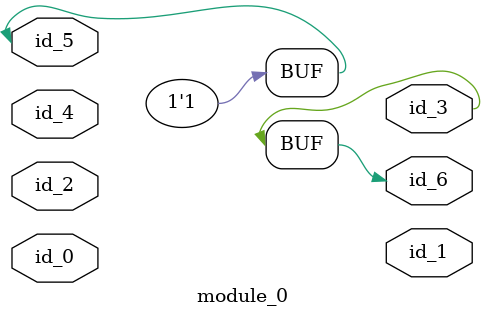
<source format=v>
`timescale 1ps / 1 ps
module module_0 (
    input  id_0,
    output id_1
    , id_6,
    input  id_2,
    output id_3,
    input  id_4,
    inout  id_5
);
  assign id_3 = id_6;
  initial begin
    id_5 = 1;
  end
endmodule

</source>
